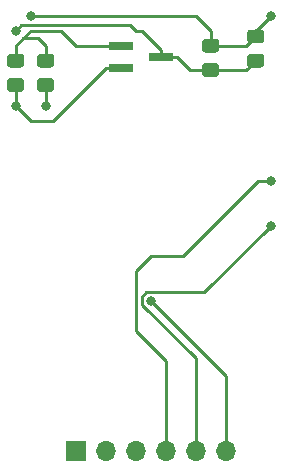
<source format=gbr>
G04 #@! TF.GenerationSoftware,KiCad,Pcbnew,(5.1.2)-2*
G04 #@! TF.CreationDate,2019-07-31T13:06:09-06:00*
G04 #@! TF.ProjectId,ps2plus,70733270-6c75-4732-9e6b-696361645f70,rev?*
G04 #@! TF.SameCoordinates,Original*
G04 #@! TF.FileFunction,Copper,L2,Bot*
G04 #@! TF.FilePolarity,Positive*
%FSLAX46Y46*%
G04 Gerber Fmt 4.6, Leading zero omitted, Abs format (unit mm)*
G04 Created by KiCad (PCBNEW (5.1.2)-2) date 2019-07-31 13:06:09*
%MOMM*%
%LPD*%
G04 APERTURE LIST*
%ADD10O,1.700000X1.700000*%
%ADD11R,1.700000X1.700000*%
%ADD12R,2.000000X0.650000*%
%ADD13C,0.100000*%
%ADD14C,1.150000*%
%ADD15C,0.800000*%
%ADD16C,0.250000*%
G04 APERTURE END LIST*
D10*
X151130000Y-106680000D03*
X148590000Y-106680000D03*
X146050000Y-106680000D03*
X143510000Y-106680000D03*
X140970000Y-106680000D03*
D11*
X138430000Y-106680000D03*
D12*
X145660000Y-73340000D03*
X142240000Y-72390000D03*
X142240000Y-74290000D03*
D13*
G36*
X136364505Y-73086204D02*
G01*
X136388773Y-73089804D01*
X136412572Y-73095765D01*
X136435671Y-73104030D01*
X136457850Y-73114520D01*
X136478893Y-73127132D01*
X136498599Y-73141747D01*
X136516777Y-73158223D01*
X136533253Y-73176401D01*
X136547868Y-73196107D01*
X136560480Y-73217150D01*
X136570970Y-73239329D01*
X136579235Y-73262428D01*
X136585196Y-73286227D01*
X136588796Y-73310495D01*
X136590000Y-73334999D01*
X136590000Y-73985001D01*
X136588796Y-74009505D01*
X136585196Y-74033773D01*
X136579235Y-74057572D01*
X136570970Y-74080671D01*
X136560480Y-74102850D01*
X136547868Y-74123893D01*
X136533253Y-74143599D01*
X136516777Y-74161777D01*
X136498599Y-74178253D01*
X136478893Y-74192868D01*
X136457850Y-74205480D01*
X136435671Y-74215970D01*
X136412572Y-74224235D01*
X136388773Y-74230196D01*
X136364505Y-74233796D01*
X136340001Y-74235000D01*
X135439999Y-74235000D01*
X135415495Y-74233796D01*
X135391227Y-74230196D01*
X135367428Y-74224235D01*
X135344329Y-74215970D01*
X135322150Y-74205480D01*
X135301107Y-74192868D01*
X135281401Y-74178253D01*
X135263223Y-74161777D01*
X135246747Y-74143599D01*
X135232132Y-74123893D01*
X135219520Y-74102850D01*
X135209030Y-74080671D01*
X135200765Y-74057572D01*
X135194804Y-74033773D01*
X135191204Y-74009505D01*
X135190000Y-73985001D01*
X135190000Y-73334999D01*
X135191204Y-73310495D01*
X135194804Y-73286227D01*
X135200765Y-73262428D01*
X135209030Y-73239329D01*
X135219520Y-73217150D01*
X135232132Y-73196107D01*
X135246747Y-73176401D01*
X135263223Y-73158223D01*
X135281401Y-73141747D01*
X135301107Y-73127132D01*
X135322150Y-73114520D01*
X135344329Y-73104030D01*
X135367428Y-73095765D01*
X135391227Y-73089804D01*
X135415495Y-73086204D01*
X135439999Y-73085000D01*
X136340001Y-73085000D01*
X136364505Y-73086204D01*
X136364505Y-73086204D01*
G37*
D14*
X135890000Y-73660000D03*
D13*
G36*
X136364910Y-75136202D02*
G01*
X136389135Y-75139795D01*
X136412891Y-75145746D01*
X136435949Y-75153996D01*
X136458087Y-75164467D01*
X136479093Y-75177057D01*
X136498763Y-75191645D01*
X136516908Y-75208092D01*
X136533355Y-75226237D01*
X136547943Y-75245907D01*
X136560533Y-75266913D01*
X136571004Y-75289051D01*
X136579254Y-75312109D01*
X136585205Y-75335865D01*
X136588798Y-75360090D01*
X136590000Y-75384550D01*
X136590000Y-76035450D01*
X136588798Y-76059910D01*
X136585205Y-76084135D01*
X136579254Y-76107891D01*
X136571004Y-76130949D01*
X136560533Y-76153087D01*
X136547943Y-76174093D01*
X136533355Y-76193763D01*
X136516908Y-76211908D01*
X136498763Y-76228355D01*
X136479093Y-76242943D01*
X136458087Y-76255533D01*
X136435949Y-76266004D01*
X136412891Y-76274254D01*
X136389135Y-76280205D01*
X136364910Y-76283798D01*
X136340450Y-76285000D01*
X135439550Y-76285000D01*
X135415090Y-76283798D01*
X135390865Y-76280205D01*
X135367109Y-76274254D01*
X135344051Y-76266004D01*
X135321913Y-76255533D01*
X135300907Y-76242943D01*
X135281237Y-76228355D01*
X135263092Y-76211908D01*
X135246645Y-76193763D01*
X135232057Y-76174093D01*
X135219467Y-76153087D01*
X135208996Y-76130949D01*
X135200746Y-76107891D01*
X135194795Y-76084135D01*
X135191202Y-76059910D01*
X135190000Y-76035450D01*
X135190000Y-75384550D01*
X135191202Y-75360090D01*
X135194795Y-75335865D01*
X135200746Y-75312109D01*
X135208996Y-75289051D01*
X135219467Y-75266913D01*
X135232057Y-75245907D01*
X135246645Y-75226237D01*
X135263092Y-75208092D01*
X135281237Y-75191645D01*
X135300907Y-75177057D01*
X135321913Y-75164467D01*
X135344051Y-75153996D01*
X135367109Y-75145746D01*
X135390865Y-75139795D01*
X135415090Y-75136202D01*
X135439550Y-75135000D01*
X136340450Y-75135000D01*
X136364910Y-75136202D01*
X136364910Y-75136202D01*
G37*
D14*
X135890000Y-75710000D03*
D13*
G36*
X133824505Y-73086204D02*
G01*
X133848773Y-73089804D01*
X133872572Y-73095765D01*
X133895671Y-73104030D01*
X133917850Y-73114520D01*
X133938893Y-73127132D01*
X133958599Y-73141747D01*
X133976777Y-73158223D01*
X133993253Y-73176401D01*
X134007868Y-73196107D01*
X134020480Y-73217150D01*
X134030970Y-73239329D01*
X134039235Y-73262428D01*
X134045196Y-73286227D01*
X134048796Y-73310495D01*
X134050000Y-73334999D01*
X134050000Y-73985001D01*
X134048796Y-74009505D01*
X134045196Y-74033773D01*
X134039235Y-74057572D01*
X134030970Y-74080671D01*
X134020480Y-74102850D01*
X134007868Y-74123893D01*
X133993253Y-74143599D01*
X133976777Y-74161777D01*
X133958599Y-74178253D01*
X133938893Y-74192868D01*
X133917850Y-74205480D01*
X133895671Y-74215970D01*
X133872572Y-74224235D01*
X133848773Y-74230196D01*
X133824505Y-74233796D01*
X133800001Y-74235000D01*
X132899999Y-74235000D01*
X132875495Y-74233796D01*
X132851227Y-74230196D01*
X132827428Y-74224235D01*
X132804329Y-74215970D01*
X132782150Y-74205480D01*
X132761107Y-74192868D01*
X132741401Y-74178253D01*
X132723223Y-74161777D01*
X132706747Y-74143599D01*
X132692132Y-74123893D01*
X132679520Y-74102850D01*
X132669030Y-74080671D01*
X132660765Y-74057572D01*
X132654804Y-74033773D01*
X132651204Y-74009505D01*
X132650000Y-73985001D01*
X132650000Y-73334999D01*
X132651204Y-73310495D01*
X132654804Y-73286227D01*
X132660765Y-73262428D01*
X132669030Y-73239329D01*
X132679520Y-73217150D01*
X132692132Y-73196107D01*
X132706747Y-73176401D01*
X132723223Y-73158223D01*
X132741401Y-73141747D01*
X132761107Y-73127132D01*
X132782150Y-73114520D01*
X132804329Y-73104030D01*
X132827428Y-73095765D01*
X132851227Y-73089804D01*
X132875495Y-73086204D01*
X132899999Y-73085000D01*
X133800001Y-73085000D01*
X133824505Y-73086204D01*
X133824505Y-73086204D01*
G37*
D14*
X133350000Y-73660000D03*
D13*
G36*
X133824505Y-75136204D02*
G01*
X133848773Y-75139804D01*
X133872572Y-75145765D01*
X133895671Y-75154030D01*
X133917850Y-75164520D01*
X133938893Y-75177132D01*
X133958599Y-75191747D01*
X133976777Y-75208223D01*
X133993253Y-75226401D01*
X134007868Y-75246107D01*
X134020480Y-75267150D01*
X134030970Y-75289329D01*
X134039235Y-75312428D01*
X134045196Y-75336227D01*
X134048796Y-75360495D01*
X134050000Y-75384999D01*
X134050000Y-76035001D01*
X134048796Y-76059505D01*
X134045196Y-76083773D01*
X134039235Y-76107572D01*
X134030970Y-76130671D01*
X134020480Y-76152850D01*
X134007868Y-76173893D01*
X133993253Y-76193599D01*
X133976777Y-76211777D01*
X133958599Y-76228253D01*
X133938893Y-76242868D01*
X133917850Y-76255480D01*
X133895671Y-76265970D01*
X133872572Y-76274235D01*
X133848773Y-76280196D01*
X133824505Y-76283796D01*
X133800001Y-76285000D01*
X132899999Y-76285000D01*
X132875495Y-76283796D01*
X132851227Y-76280196D01*
X132827428Y-76274235D01*
X132804329Y-76265970D01*
X132782150Y-76255480D01*
X132761107Y-76242868D01*
X132741401Y-76228253D01*
X132723223Y-76211777D01*
X132706747Y-76193599D01*
X132692132Y-76173893D01*
X132679520Y-76152850D01*
X132669030Y-76130671D01*
X132660765Y-76107572D01*
X132654804Y-76083773D01*
X132651204Y-76059505D01*
X132650000Y-76035001D01*
X132650000Y-75384999D01*
X132651204Y-75360495D01*
X132654804Y-75336227D01*
X132660765Y-75312428D01*
X132669030Y-75289329D01*
X132679520Y-75267150D01*
X132692132Y-75246107D01*
X132706747Y-75226401D01*
X132723223Y-75208223D01*
X132741401Y-75191747D01*
X132761107Y-75177132D01*
X132782150Y-75164520D01*
X132804329Y-75154030D01*
X132827428Y-75145765D01*
X132851227Y-75139804D01*
X132875495Y-75136204D01*
X132899999Y-75135000D01*
X133800001Y-75135000D01*
X133824505Y-75136204D01*
X133824505Y-75136204D01*
G37*
D14*
X133350000Y-75710000D03*
D13*
G36*
X154144505Y-73086204D02*
G01*
X154168773Y-73089804D01*
X154192572Y-73095765D01*
X154215671Y-73104030D01*
X154237850Y-73114520D01*
X154258893Y-73127132D01*
X154278599Y-73141747D01*
X154296777Y-73158223D01*
X154313253Y-73176401D01*
X154327868Y-73196107D01*
X154340480Y-73217150D01*
X154350970Y-73239329D01*
X154359235Y-73262428D01*
X154365196Y-73286227D01*
X154368796Y-73310495D01*
X154370000Y-73334999D01*
X154370000Y-73985001D01*
X154368796Y-74009505D01*
X154365196Y-74033773D01*
X154359235Y-74057572D01*
X154350970Y-74080671D01*
X154340480Y-74102850D01*
X154327868Y-74123893D01*
X154313253Y-74143599D01*
X154296777Y-74161777D01*
X154278599Y-74178253D01*
X154258893Y-74192868D01*
X154237850Y-74205480D01*
X154215671Y-74215970D01*
X154192572Y-74224235D01*
X154168773Y-74230196D01*
X154144505Y-74233796D01*
X154120001Y-74235000D01*
X153219999Y-74235000D01*
X153195495Y-74233796D01*
X153171227Y-74230196D01*
X153147428Y-74224235D01*
X153124329Y-74215970D01*
X153102150Y-74205480D01*
X153081107Y-74192868D01*
X153061401Y-74178253D01*
X153043223Y-74161777D01*
X153026747Y-74143599D01*
X153012132Y-74123893D01*
X152999520Y-74102850D01*
X152989030Y-74080671D01*
X152980765Y-74057572D01*
X152974804Y-74033773D01*
X152971204Y-74009505D01*
X152970000Y-73985001D01*
X152970000Y-73334999D01*
X152971204Y-73310495D01*
X152974804Y-73286227D01*
X152980765Y-73262428D01*
X152989030Y-73239329D01*
X152999520Y-73217150D01*
X153012132Y-73196107D01*
X153026747Y-73176401D01*
X153043223Y-73158223D01*
X153061401Y-73141747D01*
X153081107Y-73127132D01*
X153102150Y-73114520D01*
X153124329Y-73104030D01*
X153147428Y-73095765D01*
X153171227Y-73089804D01*
X153195495Y-73086204D01*
X153219999Y-73085000D01*
X154120001Y-73085000D01*
X154144505Y-73086204D01*
X154144505Y-73086204D01*
G37*
D14*
X153670000Y-73660000D03*
D13*
G36*
X154144505Y-71036204D02*
G01*
X154168773Y-71039804D01*
X154192572Y-71045765D01*
X154215671Y-71054030D01*
X154237850Y-71064520D01*
X154258893Y-71077132D01*
X154278599Y-71091747D01*
X154296777Y-71108223D01*
X154313253Y-71126401D01*
X154327868Y-71146107D01*
X154340480Y-71167150D01*
X154350970Y-71189329D01*
X154359235Y-71212428D01*
X154365196Y-71236227D01*
X154368796Y-71260495D01*
X154370000Y-71284999D01*
X154370000Y-71935001D01*
X154368796Y-71959505D01*
X154365196Y-71983773D01*
X154359235Y-72007572D01*
X154350970Y-72030671D01*
X154340480Y-72052850D01*
X154327868Y-72073893D01*
X154313253Y-72093599D01*
X154296777Y-72111777D01*
X154278599Y-72128253D01*
X154258893Y-72142868D01*
X154237850Y-72155480D01*
X154215671Y-72165970D01*
X154192572Y-72174235D01*
X154168773Y-72180196D01*
X154144505Y-72183796D01*
X154120001Y-72185000D01*
X153219999Y-72185000D01*
X153195495Y-72183796D01*
X153171227Y-72180196D01*
X153147428Y-72174235D01*
X153124329Y-72165970D01*
X153102150Y-72155480D01*
X153081107Y-72142868D01*
X153061401Y-72128253D01*
X153043223Y-72111777D01*
X153026747Y-72093599D01*
X153012132Y-72073893D01*
X152999520Y-72052850D01*
X152989030Y-72030671D01*
X152980765Y-72007572D01*
X152974804Y-71983773D01*
X152971204Y-71959505D01*
X152970000Y-71935001D01*
X152970000Y-71284999D01*
X152971204Y-71260495D01*
X152974804Y-71236227D01*
X152980765Y-71212428D01*
X152989030Y-71189329D01*
X152999520Y-71167150D01*
X153012132Y-71146107D01*
X153026747Y-71126401D01*
X153043223Y-71108223D01*
X153061401Y-71091747D01*
X153081107Y-71077132D01*
X153102150Y-71064520D01*
X153124329Y-71054030D01*
X153147428Y-71045765D01*
X153171227Y-71039804D01*
X153195495Y-71036204D01*
X153219999Y-71035000D01*
X154120001Y-71035000D01*
X154144505Y-71036204D01*
X154144505Y-71036204D01*
G37*
D14*
X153670000Y-71610000D03*
D13*
G36*
X150334505Y-71816204D02*
G01*
X150358773Y-71819804D01*
X150382572Y-71825765D01*
X150405671Y-71834030D01*
X150427850Y-71844520D01*
X150448893Y-71857132D01*
X150468599Y-71871747D01*
X150486777Y-71888223D01*
X150503253Y-71906401D01*
X150517868Y-71926107D01*
X150530480Y-71947150D01*
X150540970Y-71969329D01*
X150549235Y-71992428D01*
X150555196Y-72016227D01*
X150558796Y-72040495D01*
X150560000Y-72064999D01*
X150560000Y-72715001D01*
X150558796Y-72739505D01*
X150555196Y-72763773D01*
X150549235Y-72787572D01*
X150540970Y-72810671D01*
X150530480Y-72832850D01*
X150517868Y-72853893D01*
X150503253Y-72873599D01*
X150486777Y-72891777D01*
X150468599Y-72908253D01*
X150448893Y-72922868D01*
X150427850Y-72935480D01*
X150405671Y-72945970D01*
X150382572Y-72954235D01*
X150358773Y-72960196D01*
X150334505Y-72963796D01*
X150310001Y-72965000D01*
X149409999Y-72965000D01*
X149385495Y-72963796D01*
X149361227Y-72960196D01*
X149337428Y-72954235D01*
X149314329Y-72945970D01*
X149292150Y-72935480D01*
X149271107Y-72922868D01*
X149251401Y-72908253D01*
X149233223Y-72891777D01*
X149216747Y-72873599D01*
X149202132Y-72853893D01*
X149189520Y-72832850D01*
X149179030Y-72810671D01*
X149170765Y-72787572D01*
X149164804Y-72763773D01*
X149161204Y-72739505D01*
X149160000Y-72715001D01*
X149160000Y-72064999D01*
X149161204Y-72040495D01*
X149164804Y-72016227D01*
X149170765Y-71992428D01*
X149179030Y-71969329D01*
X149189520Y-71947150D01*
X149202132Y-71926107D01*
X149216747Y-71906401D01*
X149233223Y-71888223D01*
X149251401Y-71871747D01*
X149271107Y-71857132D01*
X149292150Y-71844520D01*
X149314329Y-71834030D01*
X149337428Y-71825765D01*
X149361227Y-71819804D01*
X149385495Y-71816204D01*
X149409999Y-71815000D01*
X150310001Y-71815000D01*
X150334505Y-71816204D01*
X150334505Y-71816204D01*
G37*
D14*
X149860000Y-72390000D03*
D13*
G36*
X150334505Y-73866204D02*
G01*
X150358773Y-73869804D01*
X150382572Y-73875765D01*
X150405671Y-73884030D01*
X150427850Y-73894520D01*
X150448893Y-73907132D01*
X150468599Y-73921747D01*
X150486777Y-73938223D01*
X150503253Y-73956401D01*
X150517868Y-73976107D01*
X150530480Y-73997150D01*
X150540970Y-74019329D01*
X150549235Y-74042428D01*
X150555196Y-74066227D01*
X150558796Y-74090495D01*
X150560000Y-74114999D01*
X150560000Y-74765001D01*
X150558796Y-74789505D01*
X150555196Y-74813773D01*
X150549235Y-74837572D01*
X150540970Y-74860671D01*
X150530480Y-74882850D01*
X150517868Y-74903893D01*
X150503253Y-74923599D01*
X150486777Y-74941777D01*
X150468599Y-74958253D01*
X150448893Y-74972868D01*
X150427850Y-74985480D01*
X150405671Y-74995970D01*
X150382572Y-75004235D01*
X150358773Y-75010196D01*
X150334505Y-75013796D01*
X150310001Y-75015000D01*
X149409999Y-75015000D01*
X149385495Y-75013796D01*
X149361227Y-75010196D01*
X149337428Y-75004235D01*
X149314329Y-74995970D01*
X149292150Y-74985480D01*
X149271107Y-74972868D01*
X149251401Y-74958253D01*
X149233223Y-74941777D01*
X149216747Y-74923599D01*
X149202132Y-74903893D01*
X149189520Y-74882850D01*
X149179030Y-74860671D01*
X149170765Y-74837572D01*
X149164804Y-74813773D01*
X149161204Y-74789505D01*
X149160000Y-74765001D01*
X149160000Y-74114999D01*
X149161204Y-74090495D01*
X149164804Y-74066227D01*
X149170765Y-74042428D01*
X149179030Y-74019329D01*
X149189520Y-73997150D01*
X149202132Y-73976107D01*
X149216747Y-73956401D01*
X149233223Y-73938223D01*
X149251401Y-73921747D01*
X149271107Y-73907132D01*
X149292150Y-73894520D01*
X149314329Y-73884030D01*
X149337428Y-73875765D01*
X149361227Y-73869804D01*
X149385495Y-73866204D01*
X149409999Y-73865000D01*
X150310001Y-73865000D01*
X150334505Y-73866204D01*
X150334505Y-73866204D01*
G37*
D14*
X149860000Y-74440000D03*
D15*
X154940000Y-69850000D03*
X134620000Y-69850000D03*
X133350000Y-71120000D03*
X144780000Y-93980000D03*
X135890000Y-77470000D03*
X154940000Y-87630000D03*
X133350000Y-77470000D03*
X154950000Y-83810000D03*
D16*
X153670000Y-71610000D02*
X153670000Y-71120000D01*
X153670000Y-71120000D02*
X154940000Y-69850000D01*
X134620000Y-69850000D02*
X148590000Y-69850000D01*
X148590000Y-69850000D02*
X149860000Y-71120000D01*
X149860000Y-71120000D02*
X149860000Y-72390000D01*
X152890000Y-72390000D02*
X153670000Y-71610000D01*
X149860000Y-72390000D02*
X152890000Y-72390000D01*
X145660000Y-73340000D02*
X147000000Y-73340000D01*
X148100000Y-74440000D02*
X149860000Y-74440000D01*
X147000000Y-73340000D02*
X148100000Y-74440000D01*
X152890000Y-74440000D02*
X153670000Y-73660000D01*
X149860000Y-74440000D02*
X152890000Y-74440000D01*
X133800010Y-70669990D02*
X143059990Y-70669990D01*
X133350000Y-71120000D02*
X133800010Y-70669990D01*
X143059990Y-70669990D02*
X143510000Y-71120000D01*
X145660000Y-72765000D02*
X145660000Y-73340000D01*
X144015000Y-71120000D02*
X145660000Y-72765000D01*
X143510000Y-71120000D02*
X144015000Y-71120000D01*
X151130000Y-100330000D02*
X151130000Y-106680000D01*
X144780000Y-93980000D02*
X151130000Y-100330000D01*
X138430000Y-72390000D02*
X142240000Y-72390000D01*
X137160000Y-71120000D02*
X138430000Y-72390000D01*
X134620000Y-71120000D02*
X137160000Y-71120000D01*
X133350000Y-73660000D02*
X133350000Y-72390000D01*
X135890000Y-73660000D02*
X135890000Y-72390000D01*
X135255000Y-71755000D02*
X133985000Y-71755000D01*
X135890000Y-72390000D02*
X135255000Y-71755000D01*
X133350000Y-72390000D02*
X133985000Y-71755000D01*
X133985000Y-71755000D02*
X134620000Y-71120000D01*
X135890000Y-77470000D02*
X135890000Y-75710000D01*
X148590000Y-98863002D02*
X144054999Y-94328001D01*
X148590000Y-106680000D02*
X148590000Y-98863002D01*
X144054999Y-94328001D02*
X144054999Y-93631999D01*
X144054999Y-93631999D02*
X144431999Y-93254999D01*
X144431999Y-93254999D02*
X149315001Y-93254999D01*
X149315001Y-93254999D02*
X154940000Y-87630000D01*
X133350000Y-77470000D02*
X133350000Y-75710000D01*
X140990000Y-74290000D02*
X142240000Y-74290000D01*
X136540000Y-78740000D02*
X140990000Y-74290000D01*
X134620000Y-78740000D02*
X136540000Y-78740000D01*
X133350000Y-77470000D02*
X134620000Y-78740000D01*
X153876998Y-83810000D02*
X147516998Y-90170000D01*
X154950000Y-83810000D02*
X153876998Y-83810000D01*
X147516998Y-90170000D02*
X144780000Y-90170000D01*
X144780000Y-90170000D02*
X143510000Y-91440000D01*
X143510000Y-91440000D02*
X143510000Y-96520000D01*
X146050000Y-99060000D02*
X146050000Y-106680000D01*
X143510000Y-96520000D02*
X146050000Y-99060000D01*
M02*

</source>
